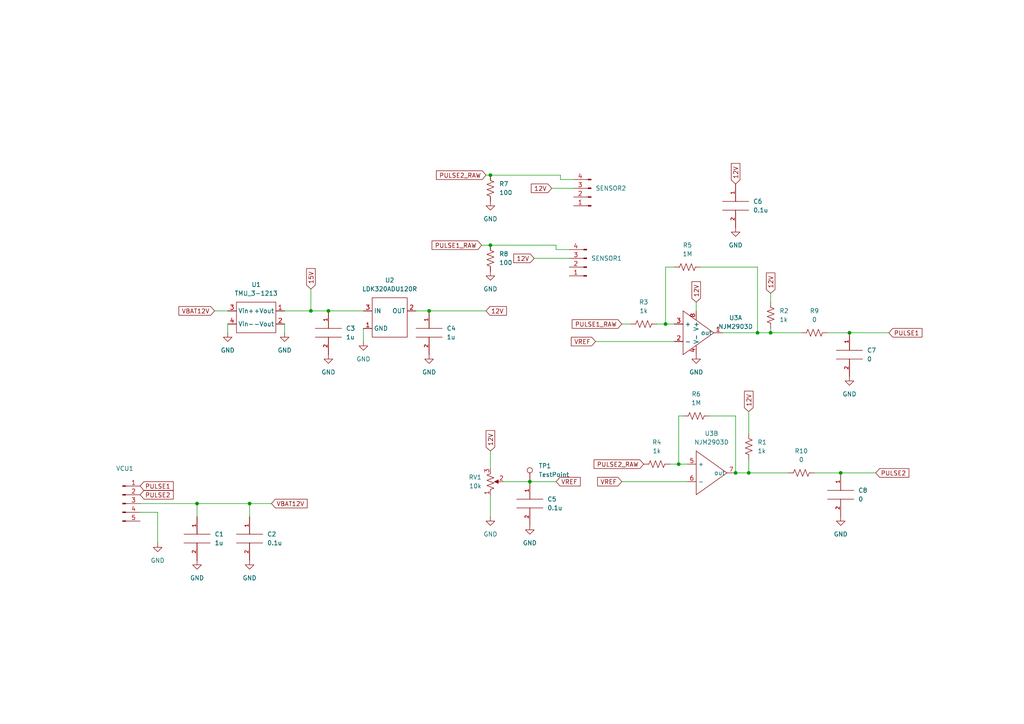
<source format=kicad_sch>
(kicad_sch (version 20211123) (generator eeschema)
  (paper "A4")
  (lib_symbols
    (symbol "Connector:Conn_01x04_Male" (pin_names (offset 1.016) hide)
      (property "Reference" "J" (at 0 5.08 0))
      (property "Value" "Conn_01x04_Male" (at 0 -7.62 0))
      (symbol "Conn_01x04_Male_1_1"
        (polyline (pts (xy 1.27 -5.08) (xy 0.8636 -5.08)) (stroke (width 0.1524)))
        (polyline (pts (xy 1.27 -2.54) (xy 0.8636 -2.54)) (stroke (width 0.1524)))
        (polyline (pts (xy 1.27 0) (xy 0.8636 0)) (stroke (width 0.1524)))
        (polyline (pts (xy 1.27 2.54) (xy 0.8636 2.54)) (stroke (width 0.1524)))
        (rectangle (start 0.8636 -4.953) (end 0 -5.207) (stroke (width 0.1524)) (fill (type outline)))
        (rectangle (start 0.8636 -2.413) (end 0 -2.667) (stroke (width 0.1524)) (fill (type outline)))
        (rectangle (start 0.8636 0.127) (end 0 -0.127) (stroke (width 0.1524)) (fill (type outline)))
        (rectangle (start 0.8636 2.667) (end 0 2.413) (stroke (width 0.1524)) (fill (type outline)))
        (pin passive line (at 5.08 2.54 180) (length 3.81) (name "Pin_1") (number "1"))
        (pin passive line (at 5.08 0 180) (length 3.81) (name "Pin_2") (number "2"))
        (pin passive line (at 5.08 -2.54 180) (length 3.81) (name "Pin_3") (number "3"))
        (pin passive line (at 5.08 -5.08 180) (length 3.81) (name "Pin_4") (number "4"))
      )
    )
    (symbol "Connector:Conn_01x05_Male" (pin_names (offset 1.016) hide)
      (property "Reference" "J" (at 0 7.62 0))
      (property "Value" "Conn_01x05_Male" (at 0 -7.62 0))
      (symbol "Conn_01x05_Male_1_1"
        (polyline (pts (xy 1.27 -5.08) (xy 0.8636 -5.08)) (stroke (width 0.1524)))
        (polyline (pts (xy 1.27 -2.54) (xy 0.8636 -2.54)) (stroke (width 0.1524)))
        (polyline (pts (xy 1.27 0) (xy 0.8636 0)) (stroke (width 0.1524)))
        (polyline (pts (xy 1.27 2.54) (xy 0.8636 2.54)) (stroke (width 0.1524)))
        (polyline (pts (xy 1.27 5.08) (xy 0.8636 5.08)) (stroke (width 0.1524)))
        (rectangle (start 0.8636 -4.953) (end 0 -5.207) (stroke (width 0.1524)) (fill (type outline)))
        (rectangle (start 0.8636 -2.413) (end 0 -2.667) (stroke (width 0.1524)) (fill (type outline)))
        (rectangle (start 0.8636 0.127) (end 0 -0.127) (stroke (width 0.1524)) (fill (type outline)))
        (rectangle (start 0.8636 2.667) (end 0 2.413) (stroke (width 0.1524)) (fill (type outline)))
        (rectangle (start 0.8636 5.207) (end 0 4.953) (stroke (width 0.1524)) (fill (type outline)))
        (pin passive line (at 5.08 5.08 180) (length 3.81) (name "Pin_1") (number "1"))
        (pin passive line (at 5.08 2.54 180) (length 3.81) (name "Pin_2") (number "2"))
        (pin passive line (at 5.08 0 180) (length 3.81) (name "Pin_3") (number "3"))
        (pin passive line (at 5.08 -2.54 180) (length 3.81) (name "Pin_4") (number "4"))
        (pin passive line (at 5.08 -5.08 180) (length 3.81) (name "Pin_5") (number "5"))
      )
    )
    (symbol "Connector:TestPoint" (pin_numbers hide) (pin_names (offset 0.762) hide)
      (property "Reference" "TP" (at 0 6.858 0))
      (property "Value" "TestPoint" (at 0 5.08 0))
      (symbol "TestPoint_0_1"
        (circle (center 0 3.302) (radius 0.762))
      )
      (symbol "TestPoint_1_1"
        (pin passive line (at 0 0 90) (length 2.54) (name "1") (number "1"))
      )
    )
    (symbol "Device:R_Potentiometer_US" (pin_names (offset 1.016) hide)
      (property "Reference" "RV" (at -4.445 0 90))
      (property "Value" "R_Potentiometer_US" (at -2.54 0 90))
      (symbol "R_Potentiometer_US_0_1"
        (polyline (pts (xy 0 -2.286) (xy 0 -2.54)))
        (polyline (pts (xy 0 2.54) (xy 0 2.286)))
        (polyline (pts (xy 2.54 0) (xy 1.524 0)))
        (polyline (pts (xy 1.143 0) (xy 2.286 0.508) (xy 2.286 -0.508) (xy 1.143 0)) (fill (type outline)))
        (polyline (pts (xy 0 -0.762) (xy 1.016 -1.143) (xy 0 -1.524) (xy -1.016 -1.905) (xy 0 -2.286)))
        (polyline (pts (xy 0 0.762) (xy 1.016 0.381) (xy 0 0) (xy -1.016 -0.381) (xy 0 -0.762)))
        (polyline (pts (xy 0 2.286) (xy 1.016 1.905) (xy 0 1.524) (xy -1.016 1.143) (xy 0 0.762)))
      )
      (symbol "R_Potentiometer_US_1_1"
        (pin passive line (at 0 3.81 270) (length 1.27) (name "1") (number "1"))
        (pin passive line (at 3.81 0 180) (length 1.27) (name "2") (number "2"))
        (pin passive line (at 0 -3.81 90) (length 1.27) (name "3") (number "3"))
      )
    )
    (symbol "Device:R_US" (pin_numbers hide) (pin_names (offset 0))
      (property "Reference" "R" (at 2.54 0 90))
      (property "Value" "R_US" (at -2.54 0 90))
      (symbol "R_US_0_1"
        (polyline (pts (xy 0 -2.286) (xy 0 -2.54)))
        (polyline (pts (xy 0 2.286) (xy 0 2.54)))
        (polyline (pts (xy 0 -0.762) (xy 1.016 -1.143) (xy 0 -1.524) (xy -1.016 -1.905) (xy 0 -2.286)))
        (polyline (pts (xy 0 0.762) (xy 1.016 0.381) (xy 0 0) (xy -1.016 -0.381) (xy 0 -0.762)))
        (polyline (pts (xy 0 2.286) (xy 1.016 1.905) (xy 0 1.524) (xy -1.016 1.143) (xy 0 0.762)))
      )
      (symbol "R_US_1_1"
        (pin passive line (at 0 3.81 270) (length 1.27) (name "~") (number "1"))
        (pin passive line (at 0 -3.81 90) (length 1.27) (name "~") (number "2"))
      )
    )
    (symbol "LDK320ADU120R_2"
      (property "Reference" "U" (at -10.16 2.54 0))
      (property "Value" "LDK320ADU120R_2" (at 1.27 3.81 0))
      (symbol "LDK320ADU120R_2_0_1"
        (polyline (pts (xy -5.08 2.54) (xy -5.08 -8.89) (xy 5.08 -8.89) (xy 5.08 2.54) (xy -5.08 2.54)))
      )
      (symbol "LDK320ADU120R_2_1_1"
        (pin power_in line (at -7.62 -6.35 0) (length 2.54) (name "GND") (number "1"))
        (pin power_out line (at 7.62 -1.27 180) (length 2.54) (name "OUT") (number "2"))
        (pin power_in line (at -7.62 -1.27 0) (length 2.54) (name "IN") (number "3"))
      )
    )
    (symbol "filter:NJM2903D"
      (property "Reference" "U" (at -6.35 1.27 0))
      (property "Value" "NJM2903D" (at 1.27 5.08 0))
      (symbol "NJM2903D_0_1"
        (polyline (pts (xy 5.08 0) (xy 5.08 -12.7) (xy 13.97 -6.35) (xy 5.08 0)))
      )
      (symbol "NJM2903D_1_1"
        (pin open_collector line (at 16.51 -6.35 180) (length 2.54) (name "out") (number "1"))
        (pin input line (at 2.54 -8.89 0) (length 2.54) (name "-") (number "2"))
        (pin input line (at 2.54 -3.81 0) (length 2.54) (name "+") (number "3"))
        (pin power_in line (at 8.89 -12.7 90) (length 2.54) (name "V-") (number "4"))
        (pin power_in line (at 8.89 0 270) (length 2.54) (name "V+") (number "8"))
      )
      (symbol "NJM2903D_2_1"
        (pin input line (at 2.54 -3.81 0) (length 2.54) (name "+") (number "5"))
        (pin input line (at 2.54 -8.89 0) (length 2.54) (name "-") (number "6"))
        (pin open_collector line (at 16.51 -6.35 180) (length 2.54) (name "out") (number "7"))
      )
    )
    (symbol "filter:TMU_3-1213"
      (property "Reference" "U" (at -7.62 3.81 0))
      (property "Value" "TMU_3-1213" (at 1.27 5.08 0))
      (symbol "TMU_3-1213_0_1"
        (polyline (pts (xy -5.08 3.81) (xy -5.08 -5.08) (xy 6.35 -5.08) (xy 6.35 3.81) (xy -5.08 3.81)))
      )
      (symbol "TMU_3-1213_1_1"
        (pin power_out line (at 8.89 1.27 180) (length 2.54) (name "+Vout") (number "1"))
        (pin power_out line (at 8.89 -2.54 180) (length 2.54) (name "-Vout") (number "2"))
        (pin power_in line (at -7.62 1.27 0) (length 2.54) (name "Vin+") (number "3"))
        (pin power_in line (at -7.62 -2.54 0) (length 2.54) (name "Vin-") (number "4"))
      )
    )
    (symbol "power:GND" (power) (pin_names (offset 0))
      (property "Value" "GND" (at 0 -3.81 0))
      (symbol "GND_0_1"
        (polyline (pts (xy 0 0) (xy 0 -1.27) (xy 1.27 -1.27) (xy 0 -2.54) (xy -1.27 -1.27) (xy 0 -1.27)))
      )
      (symbol "GND_1_1"
        (pin power_in line (at 0 0 270) (length 0) hide (name "GND") (number "1"))
      )
    )
    (symbol "pspice:C" (pin_names (offset 0.254))
      (property "Reference" "C" (at 2.54 3.81 90))
      (property "Value" "C" (at 2.54 -3.81 90))
      (symbol "C_0_1"
        (polyline (pts (xy -3.81 -1.27) (xy 3.81 -1.27)))
        (polyline (pts (xy -3.81 1.27) (xy 3.81 1.27)))
      )
      (symbol "C_1_1"
        (pin passive line (at 0 6.35 270) (length 5.08) (name "~") (number "1"))
        (pin passive line (at 0 -6.35 90) (length 5.08) (name "~") (number "2"))
      )
    )
  )
  (junction (at 95.25 90.17))
  (junction (at 72.39 146.05))
  (junction (at 142.24 71.12))
  (junction (at 213.36 137.16))
  (junction (at 243.84 137.16))
  (junction (at 223.52 96.52))
  (junction (at 57.15 146.05))
  (junction (at 193.04 93.98))
  (junction (at 90.17 90.17))
  (junction (at 124.46 90.17))
  (junction (at 153.67 139.7))
  (junction (at 217.17 137.16))
  (junction (at 196.85 134.62))
  (junction (at 142.24 50.8))
  (junction (at 246.38 96.52))
  (junction (at 219.71 96.52))
  (wire (pts (xy 142.24 130.81) (xy 142.24 135.89)))
  (wire (pts (xy 45.72 148.59) (xy 45.72 157.48)))
  (wire (pts (xy 213.36 120.65) (xy 213.36 137.16)))
  (wire (pts (xy 140.97 50.8) (xy 142.24 50.8)))
  (wire (pts (xy 72.39 146.05) (xy 57.15 146.05)))
  (wire (pts (xy 146.05 139.7) (xy 153.67 139.7)))
  (wire (pts (xy 217.17 133.35) (xy 217.17 137.16)))
  (wire (pts (xy 153.67 139.7) (xy 161.29 139.7)))
  (wire (pts (xy 162.56 50.8) (xy 162.56 52.07)))
  (wire (pts (xy 66.04 93.98) (xy 66.04 96.52)))
  (wire (pts (xy 90.17 90.17) (xy 95.25 90.17)))
  (wire (pts (xy 172.72 99.06) (xy 195.58 99.06)))
  (wire (pts (xy 90.17 83.82) (xy 90.17 90.17)))
  (wire (pts (xy 82.55 93.98) (xy 82.55 96.52)))
  (wire (pts (xy 196.85 134.62) (xy 196.85 120.65)))
  (wire (pts (xy 236.22 137.16) (xy 243.84 137.16)))
  (wire (pts (xy 223.52 85.09) (xy 223.52 87.63)))
  (wire (pts (xy 161.29 71.12) (xy 161.29 72.39)))
  (wire (pts (xy 240.03 96.52) (xy 246.38 96.52)))
  (wire (pts (xy 193.04 93.98) (xy 195.58 93.98)))
  (wire (pts (xy 196.85 120.65) (xy 198.12 120.65)))
  (wire (pts (xy 105.41 95.25) (xy 105.41 99.06)))
  (wire (pts (xy 190.5 93.98) (xy 193.04 93.98)))
  (wire (pts (xy 139.7 71.12) (xy 142.24 71.12)))
  (wire (pts (xy 82.55 90.17) (xy 90.17 90.17)))
  (wire (pts (xy 57.15 146.05) (xy 40.64 146.05)))
  (wire (pts (xy 120.65 90.17) (xy 124.46 90.17)))
  (wire (pts (xy 193.04 77.47) (xy 193.04 93.98)))
  (wire (pts (xy 219.71 96.52) (xy 219.71 77.47)))
  (wire (pts (xy 124.46 90.17) (xy 140.97 90.17)))
  (wire (pts (xy 246.38 96.52) (xy 257.81 96.52)))
  (wire (pts (xy 78.74 146.05) (xy 72.39 146.05)))
  (wire (pts (xy 160.02 54.61) (xy 166.37 54.61)))
  (wire (pts (xy 217.17 119.38) (xy 217.17 125.73)))
  (wire (pts (xy 196.85 134.62) (xy 199.39 134.62)))
  (wire (pts (xy 195.58 77.47) (xy 193.04 77.47)))
  (wire (pts (xy 213.36 137.16) (xy 217.17 137.16)))
  (wire (pts (xy 142.24 143.51) (xy 142.24 149.86)))
  (wire (pts (xy 161.29 72.39) (xy 165.1 72.39)))
  (wire (pts (xy 205.74 120.65) (xy 213.36 120.65)))
  (wire (pts (xy 142.24 71.12) (xy 161.29 71.12)))
  (wire (pts (xy 72.39 146.05) (xy 72.39 149.86)))
  (wire (pts (xy 194.31 134.62) (xy 196.85 134.62)))
  (wire (pts (xy 201.93 87.63) (xy 201.93 90.17)))
  (wire (pts (xy 243.84 137.16) (xy 254 137.16)))
  (wire (pts (xy 223.52 95.25) (xy 223.52 96.52)))
  (wire (pts (xy 219.71 77.47) (xy 203.2 77.47)))
  (wire (pts (xy 62.23 90.17) (xy 66.04 90.17)))
  (wire (pts (xy 95.25 90.17) (xy 105.41 90.17)))
  (wire (pts (xy 162.56 52.07) (xy 166.37 52.07)))
  (wire (pts (xy 142.24 50.8) (xy 162.56 50.8)))
  (wire (pts (xy 209.55 96.52) (xy 219.71 96.52)))
  (wire (pts (xy 199.39 139.7) (xy 180.34 139.7)))
  (wire (pts (xy 154.94 74.93) (xy 165.1 74.93)))
  (wire (pts (xy 180.34 93.98) (xy 182.88 93.98)))
  (wire (pts (xy 217.17 137.16) (xy 228.6 137.16)))
  (wire (pts (xy 57.15 146.05) (xy 57.15 149.86)))
  (wire (pts (xy 40.64 148.59) (xy 45.72 148.59)))
  (wire (pts (xy 223.52 96.52) (xy 232.41 96.52)))
  (wire (pts (xy 219.71 96.52) (xy 223.52 96.52)))
  (global_label "12V" (shape input) (at 213.36 53.34 90) (property "Intersheet References" "${INTERSHEET_REFS}" (effects hide)))
  (global_label "VBAT12V" (shape input) (at 78.74 146.05 0) (property "Intersheet References" "${INTERSHEET_REFS}" (effects hide)))
  (global_label "12V" (shape input) (at 154.94 74.93 180) (property "Intersheet References" "${INTERSHEET_REFS}" (effects hide)))
  (global_label "12V" (shape input) (at 201.93 87.63 90) (property "Intersheet References" "${INTERSHEET_REFS}" (effects hide)))
  (global_label "12V" (shape input) (at 160.02 54.61 180) (property "Intersheet References" "${INTERSHEET_REFS}" (effects hide)))
  (global_label "PULSE2" (shape input) (at 40.64 143.51 0) (property "Intersheet References" "${INTERSHEET_REFS}" (effects hide)))
  (global_label "12V" (shape input) (at 223.52 85.09 90) (property "Intersheet References" "${INTERSHEET_REFS}" (effects hide)))
  (global_label "PULSE2_RAW" (shape input) (at 140.97 50.8 180) (property "Intersheet References" "${INTERSHEET_REFS}" (effects hide)))
  (global_label "VREF" (shape input) (at 172.72 99.06 180) (property "Intersheet References" "${INTERSHEET_REFS}" (effects hide)))
  (global_label "VREF" (shape input) (at 161.29 139.7 0) (property "Intersheet References" "${INTERSHEET_REFS}" (effects hide)))
  (global_label "PULSE1_RAW" (shape input) (at 139.7 71.12 180) (property "Intersheet References" "${INTERSHEET_REFS}" (effects hide)))
  (global_label "PULSE1" (shape input) (at 257.81 96.52 0) (property "Intersheet References" "${INTERSHEET_REFS}" (effects hide)))
  (global_label "PULSE2_RAW" (shape input) (at 186.69 134.62 180) (property "Intersheet References" "${INTERSHEET_REFS}" (effects hide)))
  (global_label "VREF" (shape input) (at 180.34 139.7 180) (property "Intersheet References" "${INTERSHEET_REFS}" (effects hide)))
  (global_label "VBAT12V" (shape input) (at 62.23 90.17 180) (property "Intersheet References" "${INTERSHEET_REFS}" (effects hide)))
  (global_label "12V" (shape input) (at 217.17 119.38 90) (property "Intersheet References" "${INTERSHEET_REFS}" (effects hide)))
  (global_label "12V" (shape input) (at 140.97 90.17 0) (property "Intersheet References" "${INTERSHEET_REFS}" (effects hide)))
  (global_label "15V" (shape input) (at 90.17 83.82 90) (property "Intersheet References" "${INTERSHEET_REFS}" (effects hide)))
  (global_label "PULSE1_RAW" (shape input) (at 180.34 93.98 180) (property "Intersheet References" "${INTERSHEET_REFS}" (effects hide)))
  (global_label "PULSE2" (shape input) (at 254 137.16 0) (property "Intersheet References" "${INTERSHEET_REFS}" (effects hide)))
  (global_label "PULSE1" (shape input) (at 40.64 140.97 0) (property "Intersheet References" "${INTERSHEET_REFS}" (effects hide)))
  (global_label "12V" (shape input) (at 142.24 130.81 90) (property "Intersheet References" "${INTERSHEET_REFS}" (effects hide)))
  (symbol (lib_id "Device:R_US") (at 199.39 77.47 90) (unit 1)
    (property "Reference" "R5" (at 199.39 71.12 90))
    (property "Value" "1M" (at 199.39 73.66 90))
    (property "Footprint" "Resistor_SMD:R_0603_1608Metric_Pad0.98x0.95mm_HandSolder" (effects hide))
  )
  (symbol (lib_id "pspice:C") (at 95.25 96.52 0) (unit 1)
    (property "Reference" "C3" (at 100.33 95.2499 0) (effects (justify left)))
    (property "Value" "1u" (at 100.33 97.7899 0) (effects (justify left)))
    (property "Footprint" "Capacitor_SMD:C_0603_1608Metric_Pad1.08x0.95mm_HandSolder" (effects hide))
  )
  (symbol (lib_id "pspice:C") (at 246.38 102.87 0) (unit 1)
    (property "Reference" "C7" (at 251.46 101.5999 0) (effects (justify left)))
    (property "Value" "0" (at 251.46 104.1399 0) (effects (justify left)))
    (property "Footprint" "Capacitor_SMD:C_0603_1608Metric_Pad1.08x0.95mm_HandSolder" (effects hide))
  )
  (symbol (lib_id "power:GND") (at 153.67 152.4 0) (unit 1)
    (property "Reference" "#PWR0111" (effects hide))
    (property "Value" "GND" (at 153.67 157.48 0))
  )
  (symbol (lib_id "power:GND") (at 72.39 162.56 0) (unit 1)
    (property "Reference" "#PWR0104" (effects hide))
    (property "Value" "GND" (at 72.39 167.64 0))
  )
  (symbol (lib_id "Device:R_US") (at 201.93 120.65 90) (unit 1)
    (property "Reference" "R6" (at 201.93 114.3 90))
    (property "Value" "1M" (at 201.93 116.84 90))
    (property "Footprint" "Resistor_SMD:R_0603_1608Metric_Pad0.98x0.95mm_HandSolder" (effects hide))
  )
  (symbol (lib_id "power:GND") (at 95.25 102.87 0) (unit 1)
    (property "Reference" "#PWR0109" (effects hide))
    (property "Value" "GND" (at 95.25 107.95 0))
  )
  (symbol (lib_id "Device:R_US") (at 142.24 54.61 180) (unit 1)
    (property "Reference" "R7" (at 144.78 53.3399 0) (effects (justify right)))
    (property "Value" "100" (at 144.78 55.8799 0) (effects (justify right)))
    (property "Footprint" "Resistor_SMD:R_0603_1608Metric_Pad0.98x0.95mm_HandSolder" (effects hide))
  )
  (symbol (lib_name "LDK320ADU120R_2") (lib_id "filter:LDK320ADU120R") (at 113.03 88.9 0) (unit 1)
    (property "Reference" "U2" (at 113.03 81.28 0))
    (property "Value" "LDK320ADU120R" (at 113.03 83.82 0))
    (property "Footprint" "filter:SOT-23-3" (effects hide))
  )
  (symbol (lib_id "Device:R_US") (at 232.41 137.16 90) (unit 1)
    (property "Reference" "R10" (at 232.41 130.81 90))
    (property "Value" "0" (at 232.41 133.35 90))
    (property "Footprint" "Resistor_SMD:R_0603_1608Metric_Pad0.98x0.95mm_HandSolder" (effects hide))
  )
  (symbol (lib_id "power:GND") (at 66.04 96.52 0) (unit 1)
    (property "Reference" "#PWR0102" (effects hide))
    (property "Value" "GND" (at 66.04 101.6 0))
  )
  (symbol (lib_id "pspice:C") (at 153.67 146.05 0) (unit 1)
    (property "Reference" "C5" (at 158.75 144.7799 0) (effects (justify left)))
    (property "Value" "0.1u" (at 158.75 147.3199 0) (effects (justify left)))
    (property "Footprint" "Capacitor_SMD:C_0603_1608Metric_Pad1.08x0.95mm_HandSolder" (effects hide))
  )
  (symbol (lib_id "filter:NJM2903D") (at 193.04 90.17 0) (unit 1)
    (property "Reference" "U3" (at 213.36 92.1893 0))
    (property "Value" "NJM2903D" (at 213.36 94.7293 0))
    (property "Footprint" "Package_DIP:DIP-8_W7.62mm" (effects hide))
  )
  (symbol (lib_id "pspice:C") (at 72.39 156.21 0) (unit 1)
    (property "Reference" "C2" (at 77.47 154.9399 0) (effects (justify left)))
    (property "Value" "0.1u" (at 77.47 157.4799 0) (effects (justify left)))
    (property "Footprint" "Capacitor_SMD:C_0603_1608Metric_Pad1.08x0.95mm_HandSolder" (effects hide))
  )
  (symbol (lib_id "Device:R_US") (at 190.5 134.62 90) (unit 1)
    (property "Reference" "R4" (at 190.5 128.27 90))
    (property "Value" "1k" (at 190.5 130.81 90))
    (property "Footprint" "Resistor_SMD:R_0603_1608Metric_Pad0.98x0.95mm_HandSolder" (effects hide))
  )
  (symbol (lib_id "filter:NJM2903D") (at 196.85 130.81 0) (unit 2)
    (property "Reference" "U3" (at 206.375 125.73 0))
    (property "Value" "NJM2903D" (at 206.375 128.27 0))
    (property "Footprint" "Package_DIP:DIP-8_W7.62mm" (effects hide))
  )
  (symbol (lib_id "Device:R_US") (at 217.17 129.54 0) (unit 1)
    (property "Reference" "R1" (at 219.71 128.2699 0) (effects (justify left)))
    (property "Value" "1k" (at 219.71 130.8099 0) (effects (justify left)))
    (property "Footprint" "Resistor_SMD:R_0603_1608Metric_Pad0.98x0.95mm_HandSolder" (effects hide))
  )
  (symbol (lib_id "Connector:Conn_01x05_Male") (at 35.56 146.05 0) (unit 1)
    (property "Reference" "VCU1" (at 36.195 135.89 0))
    (property "Value" "Conn_01x05_Male" (effects hide))
    (property "Footprint" "Connector_JST:JST_XA_S05B-XASK-1N-BN_1x05_P2.50mm_Horizontal" (effects hide))
  )
  (symbol (lib_id "Connector:Conn_01x04_Male") (at 170.18 77.47 180) (unit 1)
    (property "Reference" "SENSOR1" (at 171.45 74.9299 0) (effects (justify right)))
    (property "Value" "Conn_01x04_Male" (effects hide))
    (property "Footprint" "Connector_JST:JST_XA_S04B-XASK-1N-BN_1x04_P2.50mm_Horizontal" (effects hide))
  )
  (symbol (lib_id "Device:R_US") (at 142.24 74.93 180) (unit 1)
    (property "Reference" "R8" (at 144.78 73.6599 0) (effects (justify right)))
    (property "Value" "100" (at 144.78 76.1999 0) (effects (justify right)))
    (property "Footprint" "Resistor_SMD:R_0603_1608Metric_Pad0.98x0.95mm_HandSolder" (effects hide))
  )
  (symbol (lib_id "Device:R_US") (at 186.69 93.98 90) (unit 1)
    (property "Reference" "R3" (at 186.69 87.63 90))
    (property "Value" "1k" (at 186.69 90.17 90))
    (property "Footprint" "Resistor_SMD:R_0603_1608Metric_Pad0.98x0.95mm_HandSolder" (effects hide))
  )
  (symbol (lib_id "Connector:TestPoint") (at 153.67 139.7 0) (unit 1)
    (property "Reference" "TP1" (at 156.21 135.1279 0) (effects (justify left)))
    (property "Value" "TestPoint" (at 156.21 137.6679 0) (effects (justify left)))
    (property "Footprint" "TestPoint:TestPoint_Loop_D1.80mm_Drill1.0mm_Beaded" (effects hide))
  )
  (symbol (lib_id "filter:TMU_3-1213") (at 73.66 91.44 0) (unit 1)
    (property "Reference" "U1" (at 74.295 82.55 0))
    (property "Value" "TMU_3-1213" (at 74.295 85.09 0))
    (property "Footprint" "filter:TRACO POWER DCDC" (effects hide))
  )
  (symbol (lib_id "Device:R_Potentiometer_US") (at 142.24 139.7 0) (mirror x) (unit 1)
    (property "Reference" "RV1" (at 139.7 138.4299 0) (effects (justify right)))
    (property "Value" "10k" (at 139.7 140.9699 0) (effects (justify right)))
    (property "Footprint" "Potentiometer_THT:Potentiometer_Bourns_3296W_Vertical" (effects hide))
  )
  (symbol (lib_id "power:GND") (at 45.72 157.48 0) (unit 1)
    (property "Reference" "#PWR01" (effects hide))
    (property "Value" "GND" (at 45.72 162.56 0))
  )
  (symbol (lib_id "power:GND") (at 82.55 96.52 0) (unit 1)
    (property "Reference" "#PWR0108" (effects hide))
    (property "Value" "GND" (at 82.55 101.6 0))
  )
  (symbol (lib_id "power:GND") (at 142.24 78.74 0) (unit 1)
    (property "Reference" "#PWR0113" (effects hide))
    (property "Value" "GND" (at 142.24 83.82 0))
  )
  (symbol (lib_id "power:GND") (at 142.24 58.42 0) (unit 1)
    (property "Reference" "#PWR0112" (effects hide))
    (property "Value" "GND" (at 142.24 63.5 0))
  )
  (symbol (lib_id "pspice:C") (at 213.36 59.69 0) (unit 1)
    (property "Reference" "C6" (at 218.44 58.4199 0) (effects (justify left)))
    (property "Value" "0.1u" (at 218.44 60.9599 0) (effects (justify left)))
    (property "Footprint" "Capacitor_SMD:C_0603_1608Metric_Pad1.08x0.95mm_HandSolder" (effects hide))
  )
  (symbol (lib_id "Device:R_US") (at 223.52 91.44 0) (unit 1)
    (property "Reference" "R2" (at 226.06 90.1699 0) (effects (justify left)))
    (property "Value" "1k" (at 226.06 92.7099 0) (effects (justify left)))
    (property "Footprint" "Resistor_SMD:R_0603_1608Metric_Pad0.98x0.95mm_HandSolder" (effects hide))
  )
  (symbol (lib_id "power:GND") (at 201.93 102.87 0) (unit 1)
    (property "Reference" "#PWR0101" (effects hide))
    (property "Value" "GND" (at 201.93 107.95 0))
  )
  (symbol (lib_id "power:GND") (at 246.38 109.22 0) (unit 1)
    (property "Reference" "#PWR0105" (effects hide))
    (property "Value" "GND" (at 246.38 114.3 0))
  )
  (symbol (lib_id "Connector:Conn_01x04_Male") (at 171.45 57.15 180) (unit 1)
    (property "Reference" "SENSOR2" (at 172.72 54.6099 0) (effects (justify right)))
    (property "Value" "Conn_01x04_Male" (effects hide))
    (property "Footprint" "Connector_JST:JST_XA_S04B-XASK-1N-BN_1x04_P2.50mm_Horizontal" (effects hide))
  )
  (symbol (lib_id "power:GND") (at 213.36 66.04 0) (unit 1)
    (property "Reference" "#PWR0114" (effects hide))
    (property "Value" "GND" (at 213.36 71.12 0))
  )
  (symbol (lib_id "power:GND") (at 105.41 99.06 0) (unit 1)
    (property "Reference" "#PWR0107" (effects hide))
    (property "Value" "GND" (at 105.41 104.14 0))
  )
  (symbol (lib_id "pspice:C") (at 243.84 143.51 0) (unit 1)
    (property "Reference" "C8" (at 248.92 142.2399 0) (effects (justify left)))
    (property "Value" "0" (at 248.92 144.7799 0) (effects (justify left)))
    (property "Footprint" "Capacitor_SMD:C_0603_1608Metric_Pad1.08x0.95mm_HandSolder" (effects hide))
  )
  (symbol (lib_id "Device:R_US") (at 236.22 96.52 90) (unit 1)
    (property "Reference" "R9" (at 236.22 90.17 90))
    (property "Value" "0" (at 236.22 92.71 90))
    (property "Footprint" "Resistor_SMD:R_0603_1608Metric_Pad0.98x0.95mm_HandSolder" (effects hide))
  )
  (symbol (lib_id "pspice:C") (at 124.46 96.52 0) (unit 1)
    (property "Reference" "C4" (at 129.54 95.2499 0) (effects (justify left)))
    (property "Value" "1u" (at 129.54 97.7899 0) (effects (justify left)))
    (property "Footprint" "Capacitor_SMD:C_0603_1608Metric_Pad1.08x0.95mm_HandSolder" (effects hide))
  )
  (symbol (lib_id "power:GND") (at 243.84 149.86 0) (unit 1)
    (property "Reference" "#PWR0115" (effects hide))
    (property "Value" "GND" (at 243.84 154.94 0))
  )
  (symbol (lib_id "power:GND") (at 57.15 162.56 0) (unit 1)
    (property "Reference" "#PWR0103" (effects hide))
    (property "Value" "GND" (at 57.15 167.64 0))
  )
  (symbol (lib_id "pspice:C") (at 57.15 156.21 0) (unit 1)
    (property "Reference" "C1" (at 62.23 154.9399 0) (effects (justify left)))
    (property "Value" "1u" (at 62.23 157.4799 0) (effects (justify left)))
    (property "Footprint" "Capacitor_SMD:C_0603_1608Metric_Pad1.08x0.95mm_HandSolder" (effects hide))
  )
  (symbol (lib_id "power:GND") (at 124.46 102.87 0) (unit 1)
    (property "Reference" "#PWR0106" (effects hide))
    (property "Value" "GND" (at 124.46 107.95 0))
  )
  (symbol (lib_id "power:GND") (at 142.24 149.86 0) (unit 1)
    (property "Reference" "#PWR0110" (effects hide))
    (property "Value" "GND" (at 142.24 154.94 0))
  )
)
</source>
